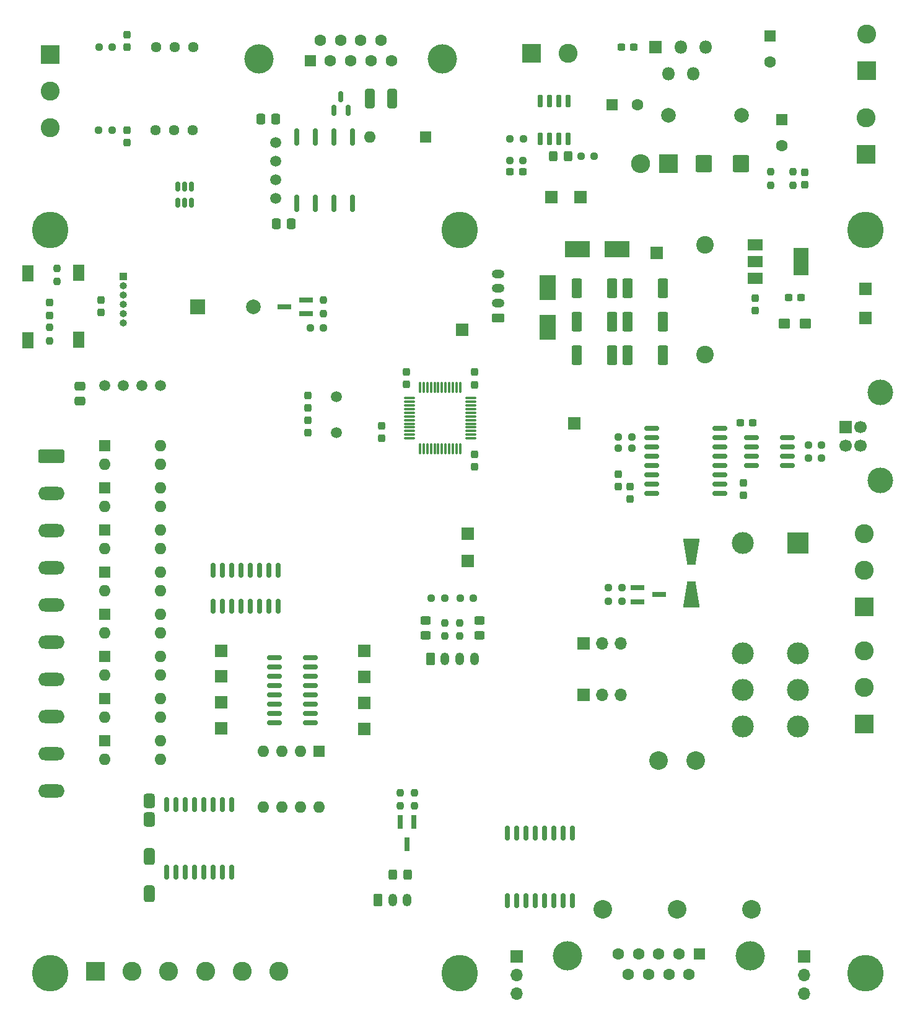
<source format=gbr>
%TF.GenerationSoftware,KiCad,Pcbnew,6.0.5*%
%TF.CreationDate,2022-11-11T14:10:47+03:00*%
%TF.ProjectId,stm32,73746d33-322e-46b6-9963-61645f706362,rev?*%
%TF.SameCoordinates,Original*%
%TF.FileFunction,Soldermask,Top*%
%TF.FilePolarity,Negative*%
%FSLAX46Y46*%
G04 Gerber Fmt 4.6, Leading zero omitted, Abs format (unit mm)*
G04 Created by KiCad (PCBNEW 6.0.5) date 2022-11-11 14:10:47*
%MOMM*%
%LPD*%
G01*
G04 APERTURE LIST*
G04 Aperture macros list*
%AMRoundRect*
0 Rectangle with rounded corners*
0 $1 Rounding radius*
0 $2 $3 $4 $5 $6 $7 $8 $9 X,Y pos of 4 corners*
0 Add a 4 corners polygon primitive as box body*
4,1,4,$2,$3,$4,$5,$6,$7,$8,$9,$2,$3,0*
0 Add four circle primitives for the rounded corners*
1,1,$1+$1,$2,$3*
1,1,$1+$1,$4,$5*
1,1,$1+$1,$6,$7*
1,1,$1+$1,$8,$9*
0 Add four rect primitives between the rounded corners*
20,1,$1+$1,$2,$3,$4,$5,0*
20,1,$1+$1,$4,$5,$6,$7,0*
20,1,$1+$1,$6,$7,$8,$9,0*
20,1,$1+$1,$8,$9,$2,$3,0*%
%AMOutline4P*
0 Free polygon, 4 corners , with rotation*
0 The origin of the aperture is its center*
0 number of corners: always 4*
0 $1 to $8 corner X, Y*
0 $9 Rotation angle, in degrees counterclockwise*
0 create outline with 4 corners*
4,1,4,$1,$2,$3,$4,$5,$6,$7,$8,$1,$2,$9*%
G04 Aperture macros list end*
%ADD10RoundRect,0.237500X0.300000X0.237500X-0.300000X0.237500X-0.300000X-0.237500X0.300000X-0.237500X0*%
%ADD11R,1.900000X0.800000*%
%ADD12RoundRect,0.237500X0.237500X-0.300000X0.237500X0.300000X-0.237500X0.300000X-0.237500X-0.300000X0*%
%ADD13R,2.000000X1.500000*%
%ADD14R,2.000000X3.800000*%
%ADD15RoundRect,0.237500X0.237500X-0.250000X0.237500X0.250000X-0.237500X0.250000X-0.237500X-0.250000X0*%
%ADD16RoundRect,0.249999X-0.450001X-1.075001X0.450001X-1.075001X0.450001X1.075001X-0.450001X1.075001X0*%
%ADD17RoundRect,0.250000X-0.400000X-1.075000X0.400000X-1.075000X0.400000X1.075000X-0.400000X1.075000X0*%
%ADD18RoundRect,0.250000X-0.475000X0.337500X-0.475000X-0.337500X0.475000X-0.337500X0.475000X0.337500X0*%
%ADD19R,1.600000X2.180000*%
%ADD20R,1.600000X1.600000*%
%ADD21O,1.600000X1.600000*%
%ADD22R,2.600000X2.600000*%
%ADD23C,2.600000*%
%ADD24C,1.600000*%
%ADD25R,1.700000X1.700000*%
%ADD26O,1.700000X1.700000*%
%ADD27C,5.000000*%
%ADD28RoundRect,0.250000X-0.325000X-0.450000X0.325000X-0.450000X0.325000X0.450000X-0.325000X0.450000X0*%
%ADD29RoundRect,0.237500X-0.237500X0.300000X-0.237500X-0.300000X0.237500X-0.300000X0.237500X0.300000X0*%
%ADD30C,2.400000*%
%ADD31R,2.000000X2.000000*%
%ADD32C,2.000000*%
%ADD33RoundRect,0.237500X-0.237500X0.250000X-0.237500X-0.250000X0.237500X-0.250000X0.237500X0.250000X0*%
%ADD34RoundRect,0.237500X0.250000X0.237500X-0.250000X0.237500X-0.250000X-0.237500X0.250000X-0.237500X0*%
%ADD35RoundRect,0.250000X-1.550000X0.650000X-1.550000X-0.650000X1.550000X-0.650000X1.550000X0.650000X0*%
%ADD36O,3.600000X1.800000*%
%ADD37C,4.000000*%
%ADD38C,2.540000*%
%ADD39C,1.500000*%
%ADD40RoundRect,0.237500X-0.250000X-0.237500X0.250000X-0.237500X0.250000X0.237500X-0.250000X0.237500X0*%
%ADD41C,1.440000*%
%ADD42RoundRect,0.250000X-0.350000X-0.625000X0.350000X-0.625000X0.350000X0.625000X-0.350000X0.625000X0*%
%ADD43O,1.200000X1.750000*%
%ADD44RoundRect,0.150000X0.150000X-0.825000X0.150000X0.825000X-0.150000X0.825000X-0.150000X-0.825000X0*%
%ADD45RoundRect,0.250000X-0.450000X0.325000X-0.450000X-0.325000X0.450000X-0.325000X0.450000X0.325000X0*%
%ADD46RoundRect,0.150000X0.875000X0.150000X-0.875000X0.150000X-0.875000X-0.150000X0.875000X-0.150000X0*%
%ADD47RoundRect,0.162500X0.162500X-1.012500X0.162500X1.012500X-0.162500X1.012500X-0.162500X-1.012500X0*%
%ADD48RoundRect,0.250000X0.337500X0.475000X-0.337500X0.475000X-0.337500X-0.475000X0.337500X-0.475000X0*%
%ADD49C,1.700000*%
%ADD50C,3.500000*%
%ADD51C,3.000000*%
%ADD52R,3.000000X3.000000*%
%ADD53O,2.600000X2.600000*%
%ADD54RoundRect,0.150000X-0.825000X-0.150000X0.825000X-0.150000X0.825000X0.150000X-0.825000X0.150000X0*%
%ADD55RoundRect,0.150000X0.825000X0.150000X-0.825000X0.150000X-0.825000X-0.150000X0.825000X-0.150000X0*%
%ADD56RoundRect,0.150000X-0.150000X0.875000X-0.150000X-0.875000X0.150000X-0.875000X0.150000X0.875000X0*%
%ADD57R,1.000000X1.000000*%
%ADD58O,1.000000X1.000000*%
%ADD59RoundRect,0.150000X0.150000X-0.587500X0.150000X0.587500X-0.150000X0.587500X-0.150000X-0.587500X0*%
%ADD60Outline4P,-1.800000X-1.150000X1.800000X-0.550000X1.800000X0.550000X-1.800000X1.150000X270.000000*%
%ADD61Outline4P,-1.800000X-1.150000X1.800000X-0.550000X1.800000X0.550000X-1.800000X1.150000X90.000000*%
%ADD62RoundRect,0.250000X0.625000X-0.350000X0.625000X0.350000X-0.625000X0.350000X-0.625000X-0.350000X0*%
%ADD63O,1.750000X1.200000*%
%ADD64RoundRect,0.237500X-0.300000X-0.237500X0.300000X-0.237500X0.300000X0.237500X-0.300000X0.237500X0*%
%ADD65R,0.800000X1.900000*%
%ADD66R,3.500000X2.300000*%
%ADD67RoundRect,0.250000X0.875000X0.925000X-0.875000X0.925000X-0.875000X-0.925000X0.875000X-0.925000X0*%
%ADD68RoundRect,0.250000X0.537500X0.425000X-0.537500X0.425000X-0.537500X-0.425000X0.537500X-0.425000X0*%
%ADD69RoundRect,0.075000X-0.662500X-0.075000X0.662500X-0.075000X0.662500X0.075000X-0.662500X0.075000X0*%
%ADD70RoundRect,0.075000X-0.075000X-0.662500X0.075000X-0.662500X0.075000X0.662500X-0.075000X0.662500X0*%
%ADD71RoundRect,0.381000X-0.381000X0.619000X-0.381000X-0.619000X0.381000X-0.619000X0.381000X0.619000X0*%
%ADD72RoundRect,0.381000X-0.381000X0.762000X-0.381000X-0.762000X0.381000X-0.762000X0.381000X0.762000X0*%
%ADD73R,1.800000X1.800000*%
%ADD74O,1.800000X1.800000*%
%ADD75RoundRect,0.150000X0.150000X-0.512500X0.150000X0.512500X-0.150000X0.512500X-0.150000X-0.512500X0*%
%ADD76RoundRect,0.150000X0.150000X-0.725000X0.150000X0.725000X-0.150000X0.725000X-0.150000X-0.725000X0*%
%ADD77R,2.300000X3.500000*%
G04 APERTURE END LIST*
D10*
%TO.C,C17*%
X98295000Y-24538500D03*
X96570000Y-24538500D03*
%TD*%
D11*
%TO.C,Q6*%
X98803200Y-98364000D03*
X98803200Y-100264000D03*
X101803200Y-99314000D03*
%TD*%
D12*
%TO.C,C14*%
X121666000Y-43331300D03*
X121666000Y-41606300D03*
%TD*%
D13*
%TO.C,U10*%
X114883000Y-51493000D03*
D14*
X121183000Y-53793000D03*
D13*
X114883000Y-53793000D03*
X114883000Y-56093000D03*
%TD*%
D15*
%TO.C,R7*%
X68294000Y-128193200D03*
X68294000Y-126368200D03*
%TD*%
%TO.C,R1*%
X18491200Y-64613800D03*
X18491200Y-62788800D03*
%TD*%
D16*
%TO.C,R23*%
X90500000Y-62048000D03*
X95300000Y-62048000D03*
%TD*%
D17*
%TO.C,R28*%
X62204600Y-31521400D03*
X65304600Y-31521400D03*
%TD*%
D18*
%TO.C,C3*%
X22606000Y-70793700D03*
X22606000Y-72868700D03*
%TD*%
D19*
%TO.C,SW3*%
X15458000Y-55430400D03*
X15458000Y-64610400D03*
%TD*%
D20*
%TO.C,U17*%
X26000000Y-113511428D03*
D21*
X26000000Y-116051428D03*
X33620000Y-116051428D03*
X33620000Y-113511428D03*
%TD*%
D22*
%TO.C,J27*%
X130047000Y-39183500D03*
D23*
X130047000Y-34183500D03*
%TD*%
D20*
%TO.C,C19*%
X95298349Y-32412500D03*
D24*
X98798349Y-32412500D03*
%TD*%
D20*
%TO.C,C28*%
X118541000Y-34444500D03*
D24*
X118541000Y-37944500D03*
%TD*%
D25*
%TO.C,JP4*%
X121583400Y-148695700D03*
D26*
X121583400Y-151235700D03*
X121583400Y-153775700D03*
%TD*%
D25*
%TO.C,J16*%
X75590400Y-94691200D03*
%TD*%
%TO.C,TP4*%
X130000000Y-57500000D03*
%TD*%
D27*
%TO.C,P3*%
X18500000Y-151000000D03*
%TD*%
D28*
%TO.C,D3*%
X65338600Y-137540400D03*
X67388600Y-137540400D03*
%TD*%
D29*
%TO.C,C12*%
X29078200Y-22787400D03*
X29078200Y-24512400D03*
%TD*%
%TO.C,C24*%
X114858000Y-58772500D03*
X114858000Y-60497500D03*
%TD*%
D20*
%TO.C,SW4*%
X69814600Y-36804600D03*
D21*
X62194600Y-36804600D03*
%TD*%
D30*
%TO.C,C22*%
X108000000Y-66500000D03*
X108000000Y-51500000D03*
%TD*%
D25*
%TO.C,JP2*%
X91420000Y-113000000D03*
D26*
X93960000Y-113000000D03*
X96500000Y-113000000D03*
%TD*%
D20*
%TO.C,U15*%
X26000000Y-101985714D03*
D21*
X26000000Y-104525714D03*
X33620000Y-104525714D03*
X33620000Y-101985714D03*
%TD*%
D22*
%TO.C,J20*%
X24749600Y-150787800D03*
D23*
X29749600Y-150787800D03*
X34749600Y-150787800D03*
X39749600Y-150787800D03*
X44749600Y-150787800D03*
X49749600Y-150787800D03*
%TD*%
D10*
%TO.C,C20*%
X114540000Y-75868200D03*
X112815000Y-75868200D03*
%TD*%
D25*
%TO.C,TP2*%
X130000000Y-61500000D03*
%TD*%
D15*
%TO.C,R16*%
X55882400Y-60910600D03*
X55882400Y-59085600D03*
%TD*%
D31*
%TO.C,BZ1*%
X38700000Y-60000000D03*
D32*
X46300000Y-60000000D03*
%TD*%
D33*
%TO.C,R10*%
X66414400Y-126368200D03*
X66414400Y-128193200D03*
%TD*%
D27*
%TO.C,P5*%
X130000000Y-49500000D03*
%TD*%
D25*
%TO.C,J15*%
X75590400Y-90982800D03*
%TD*%
D16*
%TO.C,R22*%
X90500000Y-57467000D03*
X95300000Y-57467000D03*
%TD*%
D33*
%TO.C,R12*%
X117043200Y-41555500D03*
X117043200Y-43380500D03*
%TD*%
D34*
%TO.C,R15*%
X26970000Y-35843000D03*
X25145000Y-35843000D03*
%TD*%
D35*
%TO.C,J30*%
X18683400Y-80398958D03*
D36*
X18683400Y-85478958D03*
X18683400Y-90558958D03*
X18683400Y-95638958D03*
X18683400Y-100718958D03*
X18683400Y-105798958D03*
X18683400Y-110878958D03*
X18683400Y-115958958D03*
X18683400Y-121038958D03*
X18683400Y-126118958D03*
%TD*%
D37*
%TO.C,J28*%
X47111000Y-26116000D03*
X72111000Y-26116000D03*
D20*
X54071000Y-26416000D03*
D24*
X56841000Y-26416000D03*
X59611000Y-26416000D03*
X62381000Y-26416000D03*
X65151000Y-26416000D03*
X55456000Y-23576000D03*
X58226000Y-23576000D03*
X60996000Y-23576000D03*
X63766000Y-23576000D03*
%TD*%
D38*
%TO.C,Q2*%
X106781600Y-121970800D03*
X101701600Y-121970800D03*
X94081600Y-142290800D03*
X104241600Y-142290800D03*
X114401600Y-142290800D03*
%TD*%
D29*
%TO.C,C6*%
X53741600Y-72111100D03*
X53741600Y-73836100D03*
%TD*%
D34*
%TO.C,R18*%
X96670500Y-98348800D03*
X94845500Y-98348800D03*
%TD*%
D11*
%TO.C,Q5*%
X53521600Y-60950000D03*
X53521600Y-59050000D03*
X50521600Y-60000000D03*
%TD*%
D34*
%TO.C,R19*%
X98004600Y-77747800D03*
X96179600Y-77747800D03*
%TD*%
D39*
%TO.C,Y1*%
X57678600Y-72276200D03*
X57678600Y-77156200D03*
%TD*%
D12*
%TO.C,C10*%
X76500000Y-81862500D03*
X76500000Y-80137500D03*
%TD*%
D39*
%TO.C,Q8*%
X49384800Y-45143469D03*
X49384800Y-42603469D03*
X49384800Y-40063469D03*
X49384800Y-37523469D03*
%TD*%
D34*
%TO.C,R17*%
X96672400Y-100253800D03*
X94847400Y-100253800D03*
%TD*%
D40*
%TO.C,R4*%
X74559400Y-99795000D03*
X76384400Y-99795000D03*
%TD*%
D27*
%TO.C,P6*%
X74500000Y-49500000D03*
%TD*%
D22*
%TO.C,J25*%
X129805000Y-101000000D03*
D23*
X129805000Y-96000000D03*
X129805000Y-91000000D03*
%TD*%
D25*
%TO.C,J3*%
X41914200Y-106994800D03*
%TD*%
%TO.C,TP3*%
X91000000Y-45000000D03*
%TD*%
D15*
%TO.C,R5*%
X72472800Y-104972800D03*
X72472800Y-103147800D03*
%TD*%
D41*
%TO.C,RV1*%
X38079800Y-24514600D03*
X35539800Y-24514600D03*
X32999800Y-24514600D03*
%TD*%
D16*
%TO.C,R24*%
X90500000Y-66620000D03*
X95300000Y-66620000D03*
%TD*%
D34*
%TO.C,R29*%
X123988800Y-80694200D03*
X122163800Y-80694200D03*
%TD*%
D42*
%TO.C,J19*%
X70500000Y-108099400D03*
D43*
X72500000Y-108099400D03*
X74500000Y-108099400D03*
X76500000Y-108099400D03*
%TD*%
D44*
%TO.C,U2*%
X40808200Y-100916486D03*
X42078200Y-100916486D03*
X43348200Y-100916486D03*
X44618200Y-100916486D03*
X45888200Y-100916486D03*
X47158200Y-100916486D03*
X48428200Y-100916486D03*
X49698200Y-100916486D03*
X49698200Y-95966486D03*
X48428200Y-95966486D03*
X47158200Y-95966486D03*
X45888200Y-95966486D03*
X44618200Y-95966486D03*
X43348200Y-95966486D03*
X42078200Y-95966486D03*
X40808200Y-95966486D03*
%TD*%
D45*
%TO.C,D2*%
X77248000Y-102843000D03*
X77248000Y-104893000D03*
%TD*%
D46*
%TO.C,U7*%
X110046000Y-85494800D03*
X110046000Y-84224800D03*
X110046000Y-82954800D03*
X110046000Y-81684800D03*
X110046000Y-80414800D03*
X110046000Y-79144800D03*
X110046000Y-77874800D03*
X110046000Y-76604800D03*
X100746000Y-76604800D03*
X100746000Y-77874800D03*
X100746000Y-79144800D03*
X100746000Y-80414800D03*
X100746000Y-81684800D03*
X100746000Y-82954800D03*
X100746000Y-84224800D03*
X100746000Y-85494800D03*
%TD*%
D47*
%TO.C,U8*%
X52229600Y-45858469D03*
X54769600Y-45858469D03*
X57309600Y-45858469D03*
X59849600Y-45858469D03*
X59849600Y-36808469D03*
X57309600Y-36808469D03*
X54769600Y-36808469D03*
X52229600Y-36808469D03*
%TD*%
D25*
%TO.C,J1*%
X61472200Y-114081400D03*
%TD*%
D48*
%TO.C,C23*%
X49377000Y-34323069D03*
X47302000Y-34323069D03*
%TD*%
D34*
%TO.C,R3*%
X72472800Y-99795000D03*
X70647800Y-99795000D03*
%TD*%
%TO.C,R20*%
X98004600Y-79297200D03*
X96179600Y-79297200D03*
%TD*%
D25*
%TO.C,J2*%
X61472200Y-110525400D03*
%TD*%
D12*
%TO.C,C21*%
X113270000Y-85774200D03*
X113270000Y-84049200D03*
%TD*%
D25*
%TO.C,J29*%
X127290000Y-76429200D03*
D49*
X127290000Y-78929200D03*
X129290000Y-78929200D03*
X129290000Y-76429200D03*
D50*
X132000000Y-71659200D03*
X132000000Y-83699200D03*
%TD*%
D51*
%TO.C,K1*%
X120707500Y-112292500D03*
X120707500Y-107292500D03*
X120707500Y-117292500D03*
X113207500Y-112292500D03*
X113207500Y-107292500D03*
X113207500Y-117292500D03*
D52*
X120707500Y-92292500D03*
D51*
X113207500Y-92292500D03*
%TD*%
D25*
%TO.C,J5*%
X41914200Y-110500000D03*
%TD*%
%TO.C,JP3*%
X82289600Y-148695700D03*
D26*
X82289600Y-151235700D03*
X82289600Y-153775700D03*
%TD*%
D20*
%TO.C,U14*%
X26000000Y-96222857D03*
D21*
X26000000Y-98762857D03*
X33620000Y-98762857D03*
X33620000Y-96222857D03*
%TD*%
D40*
%TO.C,R21*%
X91062000Y-39397500D03*
X92887000Y-39397500D03*
%TD*%
D12*
%TO.C,C13*%
X29027400Y-37568000D03*
X29027400Y-35843000D03*
%TD*%
D22*
%TO.C,D10*%
X103027000Y-40413500D03*
D53*
X99217000Y-40413500D03*
%TD*%
D29*
%TO.C,C9*%
X76500000Y-68910700D03*
X76500000Y-70635700D03*
%TD*%
D19*
%TO.C,SW1*%
X22458000Y-64520400D03*
X22458000Y-55340400D03*
%TD*%
D10*
%TO.C,C25*%
X121181500Y-58746000D03*
X119456500Y-58746000D03*
%TD*%
D54*
%TO.C,U1*%
X49152000Y-107950000D03*
X49152000Y-109220000D03*
X49152000Y-110490000D03*
X49152000Y-111760000D03*
X49152000Y-113030000D03*
X49152000Y-114300000D03*
X49152000Y-115570000D03*
X49152000Y-116840000D03*
X54102000Y-116840000D03*
X54102000Y-115570000D03*
X54102000Y-114300000D03*
X54102000Y-113030000D03*
X54102000Y-111760000D03*
X54102000Y-110490000D03*
X54102000Y-109220000D03*
X54102000Y-107950000D03*
%TD*%
D55*
%TO.C,D8*%
X119315200Y-81659400D03*
X119315200Y-80389400D03*
X119315200Y-79119400D03*
X119315200Y-77849400D03*
X114365200Y-77849400D03*
X114365200Y-79119400D03*
X114365200Y-80389400D03*
X114365200Y-81659400D03*
%TD*%
D29*
%TO.C,C7*%
X63825400Y-76227000D03*
X63825400Y-77952000D03*
%TD*%
D37*
%TO.C,J18*%
X114205200Y-148658169D03*
X89205200Y-148658169D03*
D20*
X107245200Y-148358169D03*
D24*
X104475200Y-148358169D03*
X101705200Y-148358169D03*
X98935200Y-148358169D03*
X96165200Y-148358169D03*
X105860200Y-151198169D03*
X103090200Y-151198169D03*
X100320200Y-151198169D03*
X97550200Y-151198169D03*
%TD*%
D34*
%TO.C,R8*%
X83208500Y-37084000D03*
X81383500Y-37084000D03*
%TD*%
D48*
%TO.C,C15*%
X51485200Y-48674069D03*
X49410200Y-48674069D03*
%TD*%
D41*
%TO.C,RV2*%
X38029000Y-35843000D03*
X35489000Y-35843000D03*
X32949000Y-35843000D03*
%TD*%
D25*
%TO.C,J8*%
X61472200Y-117637400D03*
%TD*%
%TO.C,J17*%
X74879200Y-63093600D03*
%TD*%
D12*
%TO.C,C16*%
X97750600Y-86280000D03*
X97750600Y-84555000D03*
%TD*%
D34*
%TO.C,R30*%
X123985000Y-78916200D03*
X122160000Y-78916200D03*
%TD*%
D15*
%TO.C,R2*%
X19465200Y-56540400D03*
X19465200Y-54715400D03*
%TD*%
D56*
%TO.C,U5*%
X43352600Y-127951400D03*
X42082600Y-127951400D03*
X40812600Y-127951400D03*
X39542600Y-127951400D03*
X38272600Y-127951400D03*
X37002600Y-127951400D03*
X35732600Y-127951400D03*
X34462600Y-127951400D03*
X34462600Y-137251400D03*
X35732600Y-137251400D03*
X37002600Y-137251400D03*
X38272600Y-137251400D03*
X39542600Y-137251400D03*
X40812600Y-137251400D03*
X42082600Y-137251400D03*
X43352600Y-137251400D03*
%TD*%
D22*
%TO.C,J21*%
X18526000Y-25500000D03*
D23*
X18526000Y-30500000D03*
X18526000Y-35500000D03*
%TD*%
D57*
%TO.C,J9*%
X28525000Y-55825000D03*
D58*
X28525000Y-57095000D03*
X28525000Y-58365000D03*
X28525000Y-59635000D03*
X28525000Y-60905000D03*
X28525000Y-62175000D03*
%TD*%
D20*
%TO.C,U16*%
X26000000Y-107748571D03*
D21*
X26000000Y-110288571D03*
X33620000Y-110288571D03*
X33620000Y-107748571D03*
%TD*%
D20*
%TO.C,C18*%
X116890000Y-23012849D03*
D24*
X116890000Y-26512849D03*
%TD*%
D39*
%TO.C,Q1*%
X33645400Y-70780886D03*
X31105400Y-70780886D03*
X28565400Y-70780886D03*
X26025400Y-70780886D03*
%TD*%
D20*
%TO.C,U13*%
X26000000Y-84697143D03*
D21*
X26000000Y-87237143D03*
X33620000Y-87237143D03*
X33620000Y-84697143D03*
%TD*%
D29*
%TO.C,C29*%
X96150400Y-82828900D03*
X96150400Y-84553900D03*
%TD*%
D42*
%TO.C,J22*%
X63338600Y-141059000D03*
D43*
X65338600Y-141059000D03*
X67338600Y-141059000D03*
%TD*%
D20*
%TO.C,SW2*%
X55274600Y-120717900D03*
D21*
X52734600Y-120717900D03*
X50194600Y-120717900D03*
X47654600Y-120717900D03*
X47654600Y-128337900D03*
X50194600Y-128337900D03*
X52734600Y-128337900D03*
X55274600Y-128337900D03*
%TD*%
D59*
%TO.C,D9*%
X57324800Y-33177769D03*
X59224800Y-33177769D03*
X58274800Y-31302769D03*
%TD*%
D20*
%TO.C,U11*%
X26000000Y-90460000D03*
D21*
X26000000Y-93000000D03*
X33620000Y-93000000D03*
X33620000Y-90460000D03*
%TD*%
D29*
%TO.C,C5*%
X67203600Y-68858800D03*
X67203600Y-70583800D03*
%TD*%
D60*
%TO.C,D6*%
X106172000Y-93472000D03*
D61*
X106172000Y-99272000D03*
%TD*%
D25*
%TO.C,TP1*%
X101396000Y-52650000D03*
%TD*%
D27*
%TO.C,P1*%
X74500000Y-151000000D03*
%TD*%
D62*
%TO.C,J24*%
X79764000Y-61492000D03*
D63*
X79764000Y-59492000D03*
X79764000Y-57492000D03*
X79764000Y-55492000D03*
%TD*%
D40*
%TO.C,R9*%
X81334600Y-39979600D03*
X83159600Y-39979600D03*
%TD*%
D29*
%TO.C,C4*%
X18491200Y-59438200D03*
X18491200Y-61163200D03*
%TD*%
D64*
%TO.C,C11*%
X81382700Y-41554400D03*
X83107700Y-41554400D03*
%TD*%
D27*
%TO.C,P4*%
X18500000Y-49500000D03*
%TD*%
D65*
%TO.C,Q4*%
X68278800Y-130374800D03*
X66378800Y-130374800D03*
X67328800Y-133374800D03*
%TD*%
D66*
%TO.C,D7*%
X90568000Y-52142000D03*
X95968000Y-52142000D03*
%TD*%
D20*
%TO.C,U18*%
X26000000Y-119274286D03*
D21*
X26000000Y-121814286D03*
X33620000Y-121814286D03*
X33620000Y-119274286D03*
%TD*%
D25*
%TO.C,TP5*%
X87000000Y-45000000D03*
%TD*%
D67*
%TO.C,C26*%
X112973000Y-40413500D03*
X107873000Y-40413500D03*
%TD*%
D32*
%TO.C,L1*%
X113000000Y-33809500D03*
X103000000Y-33809500D03*
%TD*%
D25*
%TO.C,JP1*%
X91475000Y-106000000D03*
D26*
X94015000Y-106000000D03*
X96555000Y-106000000D03*
%TD*%
D16*
%TO.C,R27*%
X97459000Y-66620000D03*
X102259000Y-66620000D03*
%TD*%
D40*
%TO.C,R11*%
X54057400Y-62844800D03*
X55882400Y-62844800D03*
%TD*%
D22*
%TO.C,J26*%
X130098000Y-27713500D03*
D23*
X130098000Y-22713500D03*
%TD*%
D15*
%TO.C,R6*%
X74504800Y-104974700D03*
X74504800Y-103149700D03*
%TD*%
D68*
%TO.C,C27*%
X121716000Y-62302000D03*
X118841000Y-62302000D03*
%TD*%
D34*
%TO.C,R14*%
X27017000Y-24540000D03*
X25192000Y-24540000D03*
%TD*%
D25*
%TO.C,J4*%
X41914200Y-117612000D03*
%TD*%
D69*
%TO.C,U4*%
X67663900Y-72458800D03*
X67663900Y-72958800D03*
X67663900Y-73458800D03*
X67663900Y-73958800D03*
X67663900Y-74458800D03*
X67663900Y-74958800D03*
X67663900Y-75458800D03*
X67663900Y-75958800D03*
X67663900Y-76458800D03*
X67663900Y-76958800D03*
X67663900Y-77458800D03*
X67663900Y-77958800D03*
D70*
X69076400Y-79371300D03*
X69576400Y-79371300D03*
X70076400Y-79371300D03*
X70576400Y-79371300D03*
X71076400Y-79371300D03*
X71576400Y-79371300D03*
X72076400Y-79371300D03*
X72576400Y-79371300D03*
X73076400Y-79371300D03*
X73576400Y-79371300D03*
X74076400Y-79371300D03*
X74576400Y-79371300D03*
D69*
X75988900Y-77958800D03*
X75988900Y-77458800D03*
X75988900Y-76958800D03*
X75988900Y-76458800D03*
X75988900Y-75958800D03*
X75988900Y-75458800D03*
X75988900Y-74958800D03*
X75988900Y-74458800D03*
X75988900Y-73958800D03*
X75988900Y-73458800D03*
X75988900Y-72958800D03*
X75988900Y-72458800D03*
D70*
X74576400Y-71046300D03*
X74076400Y-71046300D03*
X73576400Y-71046300D03*
X73076400Y-71046300D03*
X72576400Y-71046300D03*
X72076400Y-71046300D03*
X71576400Y-71046300D03*
X71076400Y-71046300D03*
X70576400Y-71046300D03*
X70076400Y-71046300D03*
X69576400Y-71046300D03*
X69076400Y-71046300D03*
%TD*%
D25*
%TO.C,J6*%
X41914200Y-114056000D03*
%TD*%
D71*
%TO.C,Q3*%
X32105600Y-127480400D03*
X32105600Y-130020400D03*
D72*
X32105600Y-135100400D03*
X32105600Y-140180400D03*
%TD*%
D73*
%TO.C,U9*%
X101298000Y-24488500D03*
D74*
X102998000Y-28188500D03*
X104698000Y-24488500D03*
X106398000Y-28188500D03*
X108098000Y-24488500D03*
%TD*%
D25*
%TO.C,J7*%
X61472200Y-106969400D03*
%TD*%
D16*
%TO.C,R26*%
X97459000Y-62048000D03*
X102259000Y-62048000D03*
%TD*%
D75*
%TO.C,U6*%
X35981600Y-45810600D03*
X36931600Y-45810600D03*
X37881600Y-45810600D03*
X37881600Y-43535600D03*
X36931600Y-43535600D03*
X35981600Y-43535600D03*
%TD*%
D20*
%TO.C,U12*%
X26000000Y-78934286D03*
D21*
X26000000Y-81474286D03*
X33620000Y-81474286D03*
X33620000Y-78934286D03*
%TD*%
D56*
%TO.C,U3*%
X89945000Y-131850000D03*
X88675000Y-131850000D03*
X87405000Y-131850000D03*
X86135000Y-131850000D03*
X84865000Y-131850000D03*
X83595000Y-131850000D03*
X82325000Y-131850000D03*
X81055000Y-131850000D03*
X81055000Y-141150000D03*
X82325000Y-141150000D03*
X83595000Y-141150000D03*
X84865000Y-141150000D03*
X86135000Y-141150000D03*
X87405000Y-141150000D03*
X88675000Y-141150000D03*
X89945000Y-141150000D03*
%TD*%
D27*
%TO.C,P2*%
X130000000Y-151000000D03*
%TD*%
D22*
%TO.C,J23*%
X84291000Y-25351500D03*
D23*
X89291000Y-25351500D03*
%TD*%
D45*
%TO.C,D1*%
X69805800Y-102817600D03*
X69805800Y-104867600D03*
%TD*%
D22*
%TO.C,J10*%
X129805000Y-117000000D03*
D23*
X129805000Y-112000000D03*
X129805000Y-107000000D03*
%TD*%
D16*
%TO.C,R25*%
X97459000Y-57476000D03*
X102259000Y-57476000D03*
%TD*%
D28*
%TO.C,D4*%
X87290000Y-39397500D03*
X89340000Y-39397500D03*
%TD*%
D15*
%TO.C,R13*%
X120040400Y-43380500D03*
X120040400Y-41555500D03*
%TD*%
D76*
%TO.C,Q7*%
X85521000Y-37054500D03*
X86791000Y-37054500D03*
X88061000Y-37054500D03*
X89331000Y-37054500D03*
X89331000Y-31904500D03*
X88061000Y-31904500D03*
X86791000Y-31904500D03*
X85521000Y-31904500D03*
%TD*%
D12*
%TO.C,C8*%
X53741600Y-77188900D03*
X53741600Y-75463900D03*
%TD*%
%TO.C,C2*%
X25459600Y-60792900D03*
X25459600Y-59067900D03*
%TD*%
D25*
%TO.C,J38*%
X90170000Y-75946000D03*
%TD*%
D77*
%TO.C,D5*%
X86537000Y-57410000D03*
X86537000Y-62810000D03*
%TD*%
M02*

</source>
